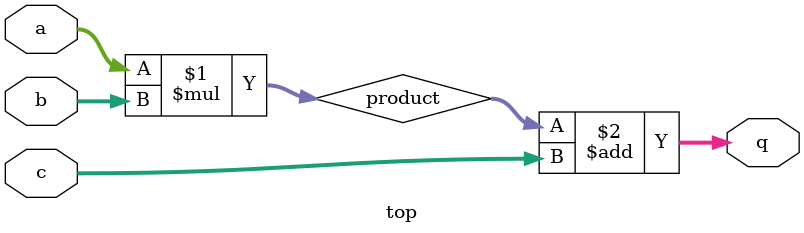
<source format=v>
module top(input [17:0] a, input [17:0] b, input [35:0] c, output [35:0] q);
	
	(* syn_multstyle="block_mult" *)
	wire [35:0] product = a * b;
	assign q = product + c;

endmodule


</source>
